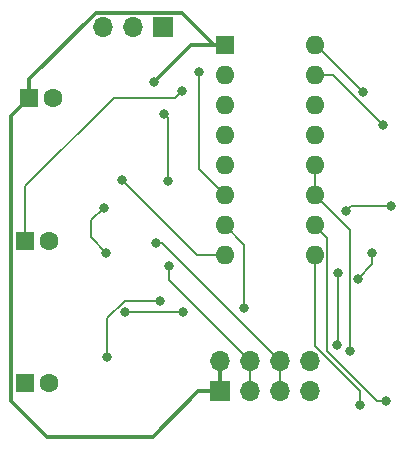
<source format=gbl>
%TF.GenerationSoftware,KiCad,Pcbnew,(6.0.2)*%
%TF.CreationDate,2022-04-01T15:41:45-05:00*%
%TF.ProjectId,delayEffect,64656c61-7945-4666-9665-63742e6b6963,rev?*%
%TF.SameCoordinates,Original*%
%TF.FileFunction,Copper,L2,Bot*%
%TF.FilePolarity,Positive*%
%FSLAX46Y46*%
G04 Gerber Fmt 4.6, Leading zero omitted, Abs format (unit mm)*
G04 Created by KiCad (PCBNEW (6.0.2)) date 2022-04-01 15:41:45*
%MOMM*%
%LPD*%
G01*
G04 APERTURE LIST*
%TA.AperFunction,ComponentPad*%
%ADD10O,1.700000X1.700000*%
%TD*%
%TA.AperFunction,ComponentPad*%
%ADD11R,1.700000X1.700000*%
%TD*%
%TA.AperFunction,ComponentPad*%
%ADD12R,1.600000X1.600000*%
%TD*%
%TA.AperFunction,ComponentPad*%
%ADD13C,1.600000*%
%TD*%
%TA.AperFunction,ComponentPad*%
%ADD14O,1.600000X1.600000*%
%TD*%
%TA.AperFunction,ViaPad*%
%ADD15C,0.800000*%
%TD*%
%TA.AperFunction,Conductor*%
%ADD16C,0.152400*%
%TD*%
%TA.AperFunction,Conductor*%
%ADD17C,0.304800*%
%TD*%
G04 APERTURE END LIST*
D10*
%TO.P,J1,8*%
%TO.N,GND*%
X136525000Y-92075000D03*
%TO.P,J1,7*%
X136525000Y-94615000D03*
%TO.P,J1,6*%
%TO.N,Output*%
X133985000Y-92075000D03*
%TO.P,J1,5*%
X133985000Y-94615000D03*
%TO.P,J1,4*%
%TO.N,Input*%
X131445000Y-92075000D03*
%TO.P,J1,3*%
X131445000Y-94615000D03*
%TO.P,J1,2*%
%TO.N,+5V*%
X128905000Y-92075000D03*
D11*
%TO.P,J1,1*%
X128905000Y-94615000D03*
%TD*%
D12*
%TO.P,C2,1*%
%TO.N,+5V*%
X112757200Y-69799200D03*
D13*
%TO.P,C2,2*%
%TO.N,GND*%
X114757200Y-69799200D03*
%TD*%
%TO.P,C3,2*%
%TO.N,GND*%
X114395000Y-81915000D03*
D12*
%TO.P,C3,1*%
%TO.N,Net-(C3-Pad1)*%
X112395000Y-81915000D03*
%TD*%
%TO.P,C14,1*%
%TO.N,Net-(C14-Pad1)*%
X112395000Y-93980000D03*
D13*
%TO.P,C14,2*%
%TO.N,Input*%
X114395000Y-93980000D03*
%TD*%
D12*
%TO.P,U1,1*%
%TO.N,+5V*%
X129286201Y-65328201D03*
D14*
%TO.P,U1,9*%
%TO.N,Net-(C6-Pad2)*%
X136906201Y-83108201D03*
%TO.P,U1,2*%
%TO.N,Net-(C3-Pad1)*%
X129286201Y-67868201D03*
%TO.P,U1,10*%
%TO.N,Net-(C6-Pad1)*%
X136906201Y-80568201D03*
%TO.P,U1,3*%
%TO.N,GND*%
X129286201Y-70408201D03*
%TO.P,U1,11*%
%TO.N,Net-(C7-Pad2)*%
X136906201Y-78028201D03*
%TO.P,U1,4*%
%TO.N,GND*%
X129286201Y-72948201D03*
%TO.P,U1,12*%
%TO.N,Net-(C7-Pad2)*%
X136906201Y-75488201D03*
%TO.P,U1,5*%
%TO.N,Net-(U1-Pad5)*%
X129286201Y-75488201D03*
%TO.P,U1,13*%
%TO.N,Net-(C8-Pad2)*%
X136906201Y-72948201D03*
%TO.P,U1,6*%
%TO.N,Net-(J2-Pad2)*%
X129286201Y-78028201D03*
%TO.P,U1,14*%
%TO.N,Net-(C8-Pad1)*%
X136906201Y-70408201D03*
%TO.P,U1,7*%
%TO.N,Net-(C4-Pad1)*%
X129286201Y-80568201D03*
%TO.P,U1,15*%
%TO.N,Net-(C12-Pad2)*%
X136906201Y-67868201D03*
%TO.P,U1,8*%
%TO.N,Net-(C5-Pad1)*%
X129286201Y-83108201D03*
%TO.P,U1,16*%
%TO.N,Net-(C12-Pad1)*%
X136906201Y-65328201D03*
%TD*%
D11*
%TO.P,J2,1*%
%TO.N,Net-(J2-Pad1)*%
X124079000Y-63779400D03*
D10*
%TO.P,J2,2*%
%TO.N,Net-(J2-Pad2)*%
X121539000Y-63779400D03*
%TO.P,J2,3*%
%TO.N,GND*%
X118999000Y-63779400D03*
%TD*%
D15*
%TO.N,Net-(C3-Pad1)*%
X125704600Y-69189600D03*
%TO.N,Net-(C4-Pad1)*%
X119329200Y-91770200D03*
X123825000Y-86969600D03*
X130962400Y-87579200D03*
%TO.N,Net-(C5-Pad1)*%
X120605399Y-76770542D03*
%TO.N,Net-(C6-Pad1)*%
X142951200Y-95427800D03*
%TO.N,Net-(C6-Pad2)*%
X140716000Y-95834200D03*
%TO.N,Net-(C7-Pad2)*%
X139903200Y-91262200D03*
%TO.N,Net-(C8-Pad1)*%
X140579400Y-85140800D03*
X141808200Y-82905600D03*
%TO.N,Net-(C8-Pad2)*%
X120853200Y-87934800D03*
X125806200Y-87960200D03*
%TO.N,Net-(C10-Pad1)*%
X119278400Y-82905600D03*
X119049800Y-79095600D03*
%TO.N,Output*%
X123444000Y-82067400D03*
%TO.N,Net-(C12-Pad2)*%
X142692200Y-72059800D03*
%TO.N,Net-(C12-Pad1)*%
X140970000Y-69265800D03*
%TO.N,Net-(C13-Pad1)*%
X143408400Y-78994000D03*
X139598400Y-79349600D03*
X138912600Y-84632800D03*
X138785600Y-90728800D03*
%TO.N,Input*%
X124561600Y-83997800D03*
X124510800Y-76809600D03*
X124180600Y-71196200D03*
%TO.N,+5V*%
X123291600Y-68453000D03*
%TO.N,Net-(J2-Pad2)*%
X127127000Y-67589400D03*
%TD*%
D16*
%TO.N,Net-(C3-Pad1)*%
X112395000Y-81915000D02*
X112395000Y-77292200D01*
X112395000Y-77292200D02*
X119913400Y-69773800D01*
X119913400Y-69773800D02*
X125120400Y-69773800D01*
X125120400Y-69773800D02*
X125704600Y-69189600D01*
%TO.N,Net-(C4-Pad1)*%
X120817622Y-86969600D02*
X123825000Y-86969600D01*
X119329200Y-91770200D02*
X119329200Y-88458022D01*
X119329200Y-88458022D02*
X120817622Y-86969600D01*
X130962400Y-82244400D02*
X129286201Y-80568201D01*
X130962400Y-87579200D02*
X130962400Y-82244400D01*
%TO.N,Net-(C5-Pad1)*%
X129286201Y-83108201D02*
X126943058Y-83108201D01*
X126943058Y-83108201D02*
X120605399Y-76770542D01*
%TO.N,Net-(C6-Pad1)*%
X137982402Y-81644402D02*
X137982402Y-91246402D01*
X136906201Y-80568201D02*
X137982402Y-81644402D01*
X137982402Y-91246402D02*
X142163800Y-95427800D01*
X142163800Y-95427800D02*
X142951200Y-95427800D01*
%TO.N,Net-(C6-Pad2)*%
X140716000Y-95834200D02*
X140716000Y-94615000D01*
X136906201Y-90805201D02*
X136906201Y-83108201D01*
X140716000Y-94615000D02*
X136906201Y-90805201D01*
%TO.N,Net-(C7-Pad2)*%
X136906201Y-75488201D02*
X136906201Y-78028201D01*
X136906201Y-78028201D02*
X139903200Y-81025200D01*
X139903200Y-81025200D02*
X139903200Y-91262200D01*
%TO.N,Net-(C8-Pad1)*%
X140579400Y-85140800D02*
X141808200Y-83912000D01*
X141808200Y-83912000D02*
X141808200Y-82905600D01*
%TO.N,Net-(C8-Pad2)*%
X120853200Y-87934800D02*
X125780800Y-87934800D01*
X125780800Y-87934800D02*
X125806200Y-87960200D01*
%TO.N,Net-(C10-Pad1)*%
X119278400Y-82905600D02*
X117983000Y-81610200D01*
X117983000Y-81610200D02*
X117983000Y-80162400D01*
X117983000Y-80162400D02*
X119049800Y-79095600D01*
%TO.N,Output*%
X133985000Y-94615000D02*
X133985000Y-92075000D01*
X133985000Y-92075000D02*
X123977400Y-82067400D01*
X123977400Y-82067400D02*
X123444000Y-82067400D01*
%TO.N,Net-(C12-Pad2)*%
X136906201Y-67868201D02*
X138500601Y-67868201D01*
X138500601Y-67868201D02*
X142692200Y-72059800D01*
%TO.N,Net-(C12-Pad1)*%
X137032401Y-65328201D02*
X136906201Y-65328201D01*
X140970000Y-69265800D02*
X137032401Y-65328201D01*
%TO.N,Net-(C13-Pad1)*%
X143408400Y-78994000D02*
X139954000Y-78994000D01*
X139954000Y-78994000D02*
X139598400Y-79349600D01*
X138912600Y-84632800D02*
X138912600Y-90601800D01*
X138912600Y-90601800D02*
X138785600Y-90728800D01*
%TO.N,Input*%
X131445000Y-94615000D02*
X131445000Y-92075000D01*
X131445000Y-92075000D02*
X124561600Y-85191600D01*
X124561600Y-85191600D02*
X124561600Y-83997800D01*
X124510800Y-76809600D02*
X124510800Y-71526400D01*
X124510800Y-71526400D02*
X124180600Y-71196200D01*
D17*
%TO.N,+5V*%
X128905000Y-94615000D02*
X128905000Y-92075000D01*
X129286201Y-65328201D02*
X128396401Y-65328201D01*
X112757200Y-68241646D02*
X112757200Y-69799200D01*
X118421847Y-62576999D02*
X112757200Y-68241646D01*
X125645199Y-62576999D02*
X118421847Y-62576999D01*
X128396401Y-65328201D02*
X125645199Y-62576999D01*
X128905000Y-94615000D02*
X127076200Y-94615000D01*
X127076200Y-94615000D02*
X123215400Y-98475800D01*
X123215400Y-98475800D02*
X114274600Y-98475800D01*
X111242599Y-71313801D02*
X112757200Y-69799200D01*
X111242599Y-95443799D02*
X111242599Y-71313801D01*
X114274600Y-98475800D02*
X111242599Y-95443799D01*
X126416399Y-65328201D02*
X129286201Y-65328201D01*
X123291600Y-68453000D02*
X126416399Y-65328201D01*
D16*
%TO.N,Net-(J2-Pad2)*%
X129286201Y-78028201D02*
X127127000Y-75869000D01*
X127127000Y-75869000D02*
X127127000Y-67589400D01*
%TD*%
M02*

</source>
